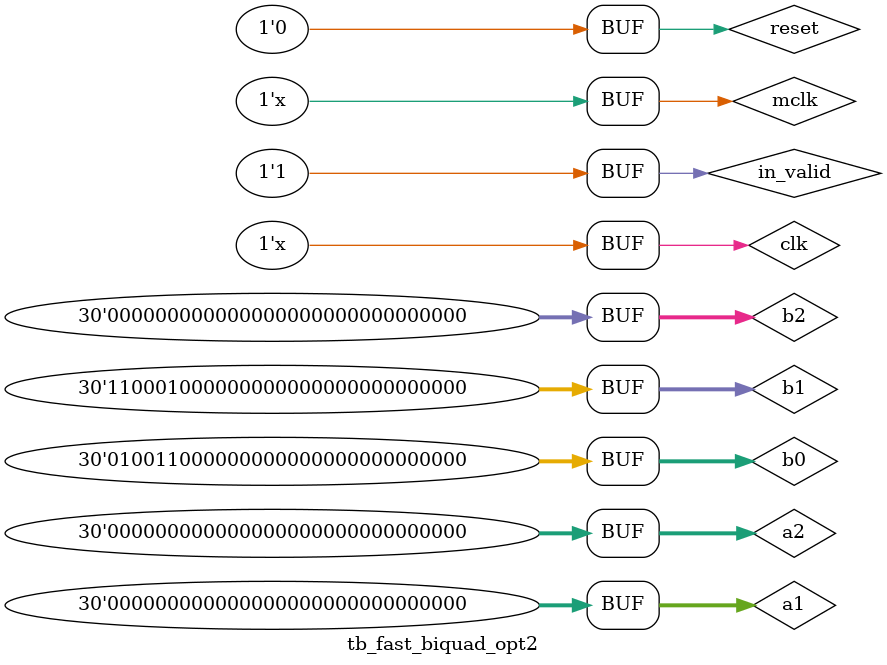
<source format=sv>
`timescale 1ps / 1ps


module tb_fast_biquad_opt2();
    
    
localparam SAMPLE_WIDTH = 18;
localparam COEF_WIDTH = 30;
localparam COEF_INT_WIDTH = 4;

    
reg clk = 1'b1;
always #5000 clk <= !clk;  
    
   
reg reset = 1'b1;
initial #1010000 reset <= 1'b0;
    

/*
reg signed [COEF_WIDTH-1:0] b0 = 0.85762 * 2**(COEF_WIDTH-COEF_INT_WIDTH); //2**13 ;
//reg signed [COEF_WIDTH-1:0] b1 = -0.85762 * 2**(COEF_WIDTH-COEF_INT_WIDTH);//2**11;
reg signed [COEF_WIDTH-1:0] b1 = -0.8 * 2**(COEF_WIDTH-COEF_INT_WIDTH);//2**11;
reg signed [COEF_WIDTH-1:0] b2 = 0;//2**11;
     
reg signed [COEF_WIDTH-1:0] a1 = 0.715 * 2**(COEF_WIDTH-COEF_INT_WIDTH);//2**12;
reg signed [COEF_WIDTH-1:0] a2 = 0;//2**12;
*/

/*
reg signed [COEF_WIDTH-1:0] b0 = 0.850 * 2**(COEF_WIDTH-COEF_INT_WIDTH); //2**13 ;
//reg signed [COEF_WIDTH-1:0] b1 = -0.85762 * 2**(COEF_WIDTH-COEF_INT_WIDTH);//2**11;
reg signed [COEF_WIDTH-1:0] b1 = -0.750 * 2**(COEF_WIDTH-COEF_INT_WIDTH);//2**11;
reg signed [COEF_WIDTH-1:0] b2 = 0;//2**11;
     
reg signed [COEF_WIDTH-1:0] a1 = 0.000 * 2**(COEF_WIDTH-COEF_INT_WIDTH);//2**12;
reg signed [COEF_WIDTH-1:0] a2 = 0;//2**12;
*/


reg signed [COEF_WIDTH-1:0] b0 = 4.750 * 2**(COEF_WIDTH-COEF_INT_WIDTH); //2**13 ;
//reg signed [COEF_WIDTH-1:0] b1 = -0.85762 * 2**(COEF_WIDTH-COEF_INT_WIDTH);//2**11;
reg signed [COEF_WIDTH-1:0] b1 = -3.750 * 2**(COEF_WIDTH-COEF_INT_WIDTH);//2**11;
reg signed [COEF_WIDTH-1:0] b2 = 0;//2**11;
     
reg signed [COEF_WIDTH-1:0] a1 = 0.000 * 2**(COEF_WIDTH-COEF_INT_WIDTH);//2**12;
reg signed [COEF_WIDTH-1:0] a2 = 0;//2**12;




//reg [SAMPLE_WIDTH-1:0] in;
wire in_valid = !reset;

wire signed [SAMPLE_WIDTH-1:0] out; 
wire out_valid;
    
    
wire signed [SAMPLE_WIDTH-1:0] out_opt; 
wire out_valid_opt;
    
    
    
//wire signed [SAMPLE_WIDTH-1:0] out_mix = in_d3 + out_opt; 

    
    
reg [8:0] count = 0;
always @(posedge clk) count <= count + 1;     
        
wire signed [31:0] sig_p;
//wire signed [SAMPLE_WIDTH-1:0] in = (sig_p > 0) ? 1000 : -1000;
//wire signed [SAMPLE_WIDTH-1:0] in = (count == 0) ? 100 : 0;
wire signed [SAMPLE_WIDTH-1:0] in = sig_p;
    
    
reg mclk = 1'b0;
always #(1e12/9.728e6) mclk <= !mclk;


reg [31:0] mclk_div = 0;
always @(posedge mclk) mclk_div <= mclk_div + 1;

wire mclk_38khz_valid = !reset && (mclk_div[6:0] == 0);
    
    
    
gen_tone
#(

    // Tone
    .AMPL(1000e-6),
    .FREQ(20),
    .SAMPLE_RATE(38e3),
    .PHASE_DELTA_INC(0.003)
//    .PHASE_DELTA_INC(0.0)
    /*
    // White noise
    .AMPL(0),
    .CM_NOISE_AMPL(127e-6),
    .SAMPLE_RATE(25e6)
    */
)
siggen_a 
(
    .sig_p_uv(sig_p)
);
    
    
    
    
    
    /*
fast_biquad_opt2
#(
    .SAMPLE_WIDTH(SAMPLE_WIDTH),
    .COEF_WIDTH(COEF_WIDTH),
    .COEF_INT_WIDTH(COEF_INT_WIDTH)
    
)
dut_opt
(
    .clk(mclk),
    .reset(reset),
    
    .b0(b0),
    .b1(b1),
    .b2(b2),
    .a1(a1),
    .a2(a2),
    
    .in(in),
    .in_valid(mclk_38khz_valid),
    
    .out(out_opt),
    .out_valid(out_valid_opt)
);   

*/






localparam PREEMPH_SAMPLE_WIDTH = 18;
localparam PREEMPH_COEF_WIDTH = 30;
localparam PREEMPH_COEF_INT_WIDTH = 4;

fast_biquad_opt2
#(
    .SAMPLE_WIDTH(PREEMPH_SAMPLE_WIDTH),
    .COEF_WIDTH(PREEMPH_COEF_WIDTH),
    .COEF_INT_WIDTH(PREEMPH_COEF_INT_WIDTH)
    
)
preemph_50us_38khz
(
    .clk(mclk),
    .reset(reset),
    
    .b0(2.375 * 2**(PREEMPH_COEF_WIDTH-PREEMPH_COEF_INT_WIDTH)),
    .b1(-1.8750 * 2**(PREEMPH_COEF_WIDTH-PREEMPH_COEF_INT_WIDTH)),
    .b2(0),
    .a1(0.5 * 2**(PREEMPH_COEF_WIDTH-PREEMPH_COEF_INT_WIDTH)),
    .a2(0),
    
    .in(in),
    .in_valid(mclk_38khz_valid),
    
    .out(out_opt),
    .out_valid(out_valid_opt)
);   










    
    
endmodule

</source>
